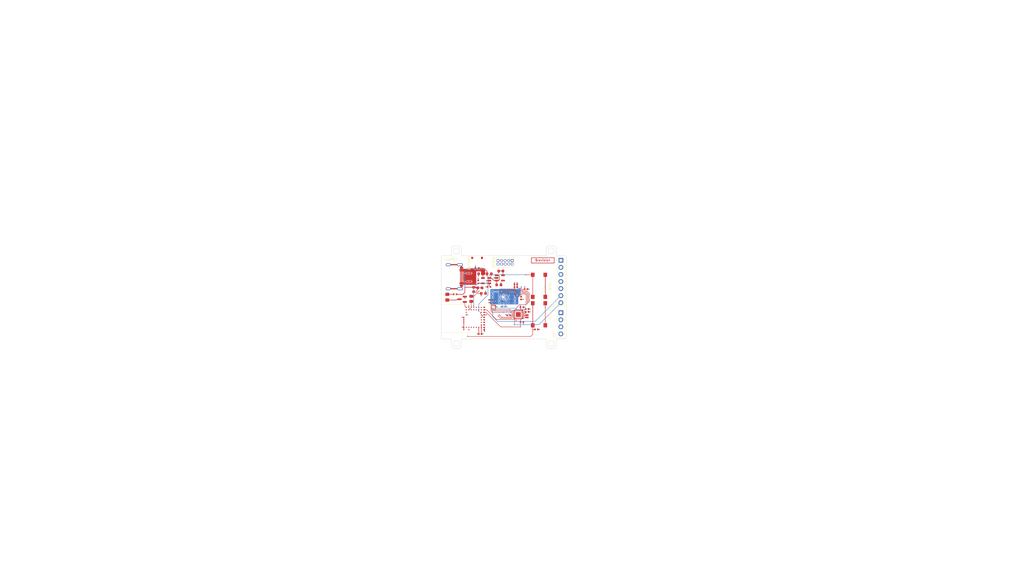
<source format=kicad_pcb>
(kicad_pcb (version 20241229) (generator "pcbnew") (generator_version "9.0")
  (title_block (title "Heartrate") (date "2025-07-13") (rev "${REVISION}") (comment 1 "${COMPANY}"))
  (layers (0 "F.Cu" signal) (4 "In1.Cu" power "Inner1") (6 "In2.Cu" power "Inner2") (2 "B.Cu" signal) (13 "F.Paste" user) (15 "B.Paste" user) (5 "F.SilkS" user "F.Silkscreen") (7 "B.SilkS" user "B.Silkscreen") (1 "F.Mask" user) (3 "B.Mask" user) (25 "Edge.Cuts" user))
  (property "ASSEMBLY_NOTES" "ASSEMBLY NOTES (UNLESS OTHERWISE SPECIFIED)")
  (property "BOARD_NAME" "Heartrate-HW")
  (property "COMPANY" "ZSWatch")
  (property "DESIGNER" "Daniel Kampert")
  (property "FABRICATION_NOTES" "Empty")
  (property "GIT_HASH_PCB" "4ed5581")
  (property "GIT_HASH_SCH" "9639a43")
  (property "GIT_URL" "https://github.com/ZSWatch/Heartrate-HW")
  (property "PROJECT_NAME" "ZSWatch Heartrate")
  (property "RELEASE_BODY_UNRELEASED" "Version Unreleased not found.")
  (property "RELEASE_BODY_xyz" "..")
  (property "RELEASE_DATE" "01-Sep-2025")
  (property "RELEASE_DATE_NUM" "2025-09-01")
  (property "RELEASE_TITLE_UNRELEASED" "Version Unreleased not found.")
  (property "RELEASE_TITLE_xyz" "..")
  (property "REVISION" "$revision")
  (property "SHEET_NAME_1" "Cover Page")
  (property "SHEET_NAME_10" "......................................")
  (property "SHEET_NAME_11" "......................................")
  (property "SHEET_NAME_12" "......................................")
  (property "SHEET_NAME_13" "......................................")
  (property "SHEET_NAME_14" "......................................")
  (property "SHEET_NAME_15" "......................................")
  (property "SHEET_NAME_16" "......................................")
  (property "SHEET_NAME_17" "......................................")
  (property "SHEET_NAME_18" "......................................")
  (property "SHEET_NAME_19" "......................................")
  (property "SHEET_NAME_2" "Block Diagram")
  (property "SHEET_NAME_20" "......................................")
  (property "SHEET_NAME_21" "......................................")
  (property "SHEET_NAME_22" "......................................")
  (property "SHEET_NAME_23" "......................................")
  (property "SHEET_NAME_24" "......................................")
  (property "SHEET_NAME_25" "......................................")
  (property "SHEET_NAME_26" "......................................")
  (property "SHEET_NAME_27" "......................................")
  (property "SHEET_NAME_28" "......................................")
  (property "SHEET_NAME_29" "......................................")
  (property "SHEET_NAME_3" "Project Architecture")
  (property "SHEET_NAME_30" "......................................")
  (property "SHEET_NAME_31" "......................................")
  (property "SHEET_NAME_32" "......................................")
  (property "SHEET_NAME_33" "......................................")
  (property "SHEET_NAME_34" "......................................")
  (property "SHEET_NAME_35" "......................................")
  (property "SHEET_NAME_36" "......................................")
  (property "SHEET_NAME_37" "......................................")
  (property "SHEET_NAME_38" "......................................")
  (property "SHEET_NAME_39" "......................................")
  (property "SHEET_NAME_4" "Main")
  (property "SHEET_NAME_40" "......................................")
  (property "SHEET_NAME_5" "Revision History")
  (property "SHEET_NAME_6" "......................................")
  (property "SHEET_NAME_7" "......................................")
  (property "SHEET_NAME_8" "......................................")
  (property "SHEET_NAME_9" "......................................")
  (property "VARIANT" "PRELIMINARY")
  (net 0 "")
  (net 1 "GND")
  (net 2 "+1V8")
  (net 3 "PD_GND")
  (net 4 "/Project Architecture/Main/V_{LED}")
  (net 5 "/Project Architecture/Main/V_{BAT}")
  (net 6 "/Project Architecture/Main/INT_{ACC}")
  (net 7 "/Project Architecture/Main/SCL")
  (net 8 "/Project Architecture/Main/SDA")
  (net 9 "/Project Architecture/Main/~{RESET_{HR}}")
  (net 10 "/Project Architecture/Main/STATUS")
  (net 11 "/Project Architecture/Main/CHARGE")
  (net 12 "/Project Architecture/Main/ENABLE_{LED}")
  (net 13 "/Project Architecture/Main/SWDIO")
  (net 14 "/Project Architecture/Main/SWDCLK")
  (net 15 "/Project Architecture/Main/~{RESET}")
  (net 16 "Net-(IC403-V_{DD})")
  (net 17 "Net-(IC404-V_{CORE})")
  (net 18 "Net-(IC405-V_{REF})")
  (net 19 "Net-(D401-A)")
  (net 20 "Net-(D401-K)")
  (net 21 "Net-(D402-K)")
  (net 22 "Net-(D403-K)")
  (net 24 "Net-(IC402-L)")
  (net 25 "Net-(IC403-PROG)")
  (net 26 "Net-(IC404-SCLK_{SENSOR})")
  (net 27 "Net-(IC404-MOSI_{SENSOR})")
  (net 28 "Net-(IC404-CS_{PPG})")
  (net 29 "Net-(IC404-32k_{IN})")
  (net 30 "Net-(IC404-CS_{ACC})")
  (net 31 "Net-(IC404-INT_{PPG})")
  (net 32 "Net-(IC404-MISO_{SENSOR})")
  (net 33 "Net-(IC404-32k_{OUT})")
  (net 36 "Net-(IC405-LED3-DRV)")
  (net 37 "Net-(IC405-LED1-DRV)")
  (net 38 "Net-(IC405-LED2-DRV)")
  (net 43 "Net-(M401-P0.02)")
  (net 51 "Net-(M401-P2.03)")
  (net 52 "Net-(M401-P0.01)")
  (net 73 "Net-(X401-CC1)")
  (net 74 "Net-(X401-CC2)")
  (footprint "Capacitor_SMD:C_0603_1608Metric" (layer "F.Cu") (at 196.625 148.025)
    (property "Reference" "C401" (hide yes))
    (property "Value" "2u2" (hide yes))
  )
  (footprint "Capacitor_SMD:C_0402_1005Metric" (layer "F.Cu") (at 213.18 148.475)
    (property "Reference" "C412" (hide yes))
    (property "Value" "10u" (hide yes))
  )
  (footprint "Capacitor_SMD:C_0402_1005Metric" (layer "F.Cu") (at 200.4 152.855 90)
    (property "Reference" "C416" (hide yes))
    (property "Value" "100n" (hide yes))
  )
  (footprint "Resistor_SMD:R_0805_2012Metric" (layer "F.Cu") (at 193.51 151.975 90)
    (property "Reference" "R403" (hide yes))
    (property "Value" "0R" (hide yes))
  )
  (footprint "Package_BGA_Kampi:DSBGA-6_0.886x1.288mm_2x3_P0.4mm" (layer "F.Cu") (at 195.65 149.625)
    (property "Reference" "IC402" (hide yes))
    (property "Value" "TPS61240" (hide yes))
  )
  (footprint "Connector_USB:USB_C_Receptacle_GCT_USB4105-xx-A_16P_TopMnt_Horizontal" (layer "F.Cu") (at 186.325 144.03 -90)
    (property "Reference" "X401" (hide yes))
    (property "Value" "CHARGE")
  )
  (footprint "Resistor_SMD:R_0402_1005Metric" (layer "F.Cu") (at 187.7 150.35 180)
    (property "Reference" "R401" (hide yes))
    (property "Value" "220R" (hide yes))
  )
  (footprint "Resistor_SMD:R_0402_1005Metric" (layer "F.Cu") (at 211.7 155 180)
    (property "Reference" "R409" (hide yes))
    (property "Value" "4k7" (hide yes))
  )
  (footprint "Connector_PinHeader_2.54mm:PinHeader_1x07_P2.54mm_Vertical" (layer "F.Cu") (at 225.7 138.135)
    (property "Reference" "J402" (hide yes))
    (property "Value" "SPI")
  )
  (footprint "Capacitor_SMD:C_0402_1005Metric" (layer "F.Cu") (at 213.58 155.65)
    (property "Reference" "C410" (hide yes))
    (property "Value" "1u" (hide yes))
  )
  (footprint "Resistor_SMD:R_0402_1005Metric" (layer "F.Cu") (at 196 145.89 90)
    (property "Reference" "R406" (hide yes))
    (property "Value" "10k" (hide yes))
  )
  (footprint "Capacitor_SMD:C_0402_1005Metric" (layer "F.Cu") (at 201.7 152.855 90)
    (property "Reference" "C411" (hide yes))
    (property "Value" "10u" (hide yes))
  )
  (footprint "Capacitor_SMD:C_0402_1005Metric" (layer "F.Cu") (at 213.57 156.65)
    (property "Reference" "C408" (hide yes))
    (property "Value" "1u" (hide yes))
  )
  (footprint "Capacitor_SMD:C_0402_1005Metric" (layer "F.Cu") (at 207 157.925 180)
    (property "Reference" "C409" (hide yes))
    (property "Value" "1u" (hide yes))
  )
  (footprint "Connector_PinHeader_2.54mm:PinHeader_1x04_P2.54mm_Vertical" (layer "F.Cu") (at 225.7 156.975)
    (property "Reference" "J401" (hide yes))
    (property "Value" "I2C")
  )
  (footprint "Connector_PinHeader_1.27mm:PinHeader_2x05_P1.27mm_Vertical" (layer "F.Cu") (at 208.2 138.2 -90)
    (property "Reference" "X403" (hide yes))
    (property "Value" "DEBUG")
  )
  (footprint "LED_SMD:LED_0805_2012Metric_Pad1.15x1.40mm_HandSolder" (layer "F.Cu") (at 184.9 151.375 90)
    (property "Reference" "D401" (hide yes))
    (property "Value" "STATUS" (hide yes))
  )
  (footprint "Crystal_Kampi:ECS_ECX-1210" (layer "F.Cu") (at 213.5 158.275 90)
    (property "Reference" "Y401" (hide yes))
    (property "Value" "32kHz" (hide yes))
  )
  (footprint "Capacitor_SMD:C_0402_1005Metric" (layer "F.Cu") (at 209.5 146.775 180)
    (property "Reference" "C417" (hide yes))
    (property "Value" "22u" (hide yes))
  )
  (footprint "Analog Devices:MAX32664GTG" (layer "F.Cu") (at 210.43 157.6 90)
    (property "Reference" "IC404" (hide yes))
    (property "Value" "MAX32664" (hide yes))
  )
  (footprint "Package_TO_SOT_SMD:SOT-23" (layer "F.Cu") (at 190.2625 152.125 180)
    (property "Reference" "Q401" (hide yes))
    (property "Value" "BSS138" (hide yes))
  )
  (footprint "Capacitor_SMD:C_0402_1005Metric" (layer "F.Cu") (at 196.7 164.6 180)
    (property "Reference" "C406" (hide yes))
    (property "Value" "100n" (hide yes))
  )
  (footprint "Resistor_SMD:R_0402_1005Metric" (layer "F.Cu") (at 192.65 145.78 180)
    (property "Reference" "R405" (hide yes))
    (property "Value" "5k1" (hide yes))
  )
  (footprint "Wuerth:WS-TASV-6x6" (layer "F.Cu") (at 217.85 157.525 90)
    (property "Reference" "SW401" (hide yes))
    (property "Value" "RESET")
  )
  (footprint "Package_LGA:LGA-12_2x2mm_P0.5mm" (layer "F.Cu") (at 201.4375 155.105 90)
    (property "Reference" "IC406" (hide yes))
    (property "Value" "LIS2DS12" (hide yes))
  )
  (footprint "Capacitor_SMD:C_0402_1005Metric" (layer "F.Cu") (at 202.7 152.855 90)
    (property "Reference" "C414" (hide yes))
    (property "Value" "100n" (hide yes))
  )
  (footprint "Package_TO_SOT_SMD:SOT-23-5" (layer "F.Cu") (at 203.7625 144.45)
    (property "Reference" "IC401" (hide yes))
    (property "Value" "MIC5365-1.8" (hide yes))
  )
  (footprint "Fanstel:BM15C" (layer "F.Cu") (at 189.7 159.075 90)
    (property "Reference" "M401" (hide yes))
    (property "Value" "BM15C" (hide yes))
  )
  (footprint "Resistor_SMD:R_0402_1005Metric" (layer "F.Cu") (at 199.9 147.675 180)
    (property "Reference" "R407" (hide yes))
    (property "Value" "10k" (hide yes))
  )
  (footprint "Capacitor_SMD:C_0603_1608Metric" (layer "F.Cu") (at 204.125 141.95 180)
    (property "Reference" "C404" (hide yes))
    (property "Value" "1u" (hide yes))
  )
  (footprint "Capacitor_SMD:C_0603_1608Metric" (layer "F.Cu") (at 199.95 142.95)
    (property "Reference" "C407" (hide yes))
    (property "Value" "4u7" (hide yes))
  )
  (footprint "Capacitor_SMD:C_0402_1005Metric" (layer "F.Cu") (at 211.4 151.695 -90)
    (property "Reference" "C413" (hide yes))
    (property "Value" "1u" (hide yes))
  )
  (footprint "Resistor_SMD:R_0402_1005Metric" (layer "F.Cu") (at 216.9 162.975 180)
    (property "Reference" "R402" (hide yes))
    (property "Value" "10k" (hide yes))
  )
  (footprint "Capacitor_SMD:C_0402_1005Metric" (layer "F.Cu") (at 209.5 147.775 180)
    (property "Reference" "C415" (hide yes))
    (property "Value" "100n" (hide yes))
  )
  (footprint "Wuerth:WS-TASV-6x6" (layer "F.Cu") (at 217.85 147.3 -90)
    (property "Reference" "SW402" (hide yes))
    (property "Value" "BTN1")
  )
  (footprint "Resistor_SMD:R_0402_1005Metric" (layer "F.Cu") (at 192.65 142.78)
    (property "Reference" "R404" (hide yes))
    (property "Value" "5k1" (hide yes))
  )
  (footprint "Package_TO_SOT_SMD:SOT-23-5" (layer "F.Cu") (at 198.8375 145.45 180)
    (property "Reference" "IC403" (hide yes))
    (property "Value" "MCP73832-2-OT" (hide yes))
  )
  (footprint "Inductor_SMD:L_0603_1608Metric" (layer "F.Cu") (at 194.35 148.625 -90)
    (property "Reference" "L401" (hide yes))
    (property "Value" "1u" (hide yes))
  )
  (footprint "Resistor_SMD:R_0402_1005Metric" (layer "F.Cu") (at 211.7 160.3)
    (property "Reference" "R408" (hide yes))
    (property "Value" "10k" (hide yes))
  )
  (footprint "Capacitor_SMD:C_0603_1608Metric" (layer "F.Cu") (at 197.875 150.025)
    (property "Reference" "C403" (hide yes))
    (property "Value" "4u7" (hide yes))
  )
  (footprint "Molex:78171-0002" (layer "F.Cu") (at 195.6 139.15 180)
    (property "Reference" "X402" (hide yes))
    (property "Value" "BATTERY")
  )
  (footprint "Package_BGA_Kampi:THIN-WLP-20_2.228x1.967mm_P0.4mm" (layer "F.Cu") (at 211.2 149.475 -90)
    (property "Reference" "IC405" (hide yes))
    (property "Value" "MAX86141" (hide yes))
  )
  (footprint "Capacitor_SMD:C_0603_1608Metric" (layer "F.Cu") (at 203.4 146.95)
    (property "Reference" "C402" (hide yes))
    (property "Value" "1u" (hide yes))
  )
  (footprint "Capacitor_SMD:C_0603_1608Metric" (layer "F.Cu") (at 196.925 142.95 180)
    (property "Reference" "C405" (hide yes))
    (property "Value" "4u7" (hide yes))
  )
  (footprint "Vishay:VEMD808x" (layer "B.Cu") (at 202.4 151.375 -90)
    (property "Reference" "D403" (hide yes))
    (property "Value" "VEMD8082" (hide yes))
  )
  (footprint "Resistor_SMD:R_0402_1005Metric" (layer "B.Cu") (at 204.7 154.245 -90)
    (property "Reference" "R410" (hide yes))
    (property "Value" "~" (hide yes))
  )
  (footprint "Capacitor_SMD:C_0402_1005Metric" (layer "B.Cu") (at 205.7 154.245 -90)
    (property "Reference" "C418" (hide yes))
    (property "Value" "~" (hide yes))
  )
  (footprint "Osram:SFH7016" (layer "B.Cu") (at 205.2 151.375)
    (property "Reference" "LED401" (hide yes))
    (property "Value" "SFH7016" (hide yes))
  )
  (footprint "Vishay:VEMD808x" (layer "B.Cu") (at 208 151.375 -90)
    (property "Reference" "D402" (hide yes))
    (property "Value" "VEMD8082" (hide yes))
  )
  (gr_rect (start 215.1 137.2) (end 223.3 139.1) (stroke (width 0.2)) (fill no) (layer "F.Cu"))
  (gr_line (start 196.2 150.375) (end 196.2 150.125) (stroke (width 0.1)) (layer "F.SilkS"))
  (gr_line (start 198.1 164.125) (end 182.85 164.125) (stroke (width 0.1)) (layer "F.SilkS"))
  (gr_line (start 195.95 148.875) (end 196.2 148.875) (stroke (width 0.1)) (layer "F.SilkS"))
  (gr_line (start 195.1 150.075) (end 195.1 150.375) (stroke (width 0.1)) (layer "F.SilkS"))
  (gr_line (start 198.1 154.025) (end 182.85 154.025) (stroke (width 0.1)) (layer "F.SilkS"))
  (gr_line (start 196.2 149.075) (end 196.2 148.875) (stroke (width 0.1)) (layer "F.SilkS"))
  (gr_line (start 195.1 150.375) (end 195.4 150.375) (stroke (width 0.1)) (layer "F.SilkS"))
  (gr_line (start 195.95 150.375) (end 196.2 150.375) (stroke (width 0.1)) (layer "F.SilkS"))
  (gr_line (start 190.3 136.375) (end 220.1 136.375) (stroke (width 0.1)) (layer "Edge.Cuts"))
  (gr_line (start 224.3 166.4) (end 227.2 166.4) (stroke (width 0.1)) (layer "Edge.Cuts"))
  (gr_arc (start 183.2 166.4) (mid 182.846447 166.253553) (end 182.7 165.9) (stroke (width 0.1)) (layer "Edge.Cuts"))
  (gr_arc (start 186.4 134.025) (mid 186.722183 133.247183) (end 187.5 132.925) (stroke (width 0.1)) (layer "Edge.Cuts"))
  (gr_line (start 186.4 136.075) (end 186.4 134.025) (stroke (width 0.1)) (layer "Edge.Cuts"))
  (gr_line (start 182.7 136.875) (end 182.7 165.9) (stroke (width 0.1)) (layer "Edge.Cuts"))
  (gr_arc (start 190 168.725) (mid 189.677817 169.502817) (end 188.9 169.825) (stroke (width 0.1)) (layer "Edge.Cuts"))
  (gr_line (start 224 166.7) (end 224 168.725) (stroke (width 0.1)) (layer "Edge.Cuts"))
  (gr_arc (start 190 166.675) (mid 190.087868 166.462868) (end 190.3 166.375) (stroke (width 0.1)) (layer "Edge.Cuts"))
  (gr_line (start 220.4 136.075) (end 220.4 134.025) (stroke (width 0.1)) (layer "Edge.Cuts"))
  (gr_arc (start 188.9 132.925) (mid 189.677817 133.247183) (end 190 134.025) (stroke (width 0.1)) (layer "Edge.Cuts"))
  (gr_line (start 220.1 166.375) (end 190.3 166.375) (stroke (width 0.1)) (layer "Edge.Cuts"))
  (gr_line (start 188.9 169.825) (end 187.5 169.825) (stroke (width 0.1)) (layer "Edge.Cuts"))
  (gr_arc (start 224.3 136.375) (mid 224.087868 136.287132) (end 224 136.075) (stroke (width 0.1)) (layer "Edge.Cuts"))
  (gr_arc (start 186.4 136.075) (mid 186.312132 136.287132) (end 186.1 136.375) (stroke (width 0.1)) (layer "Edge.Cuts"))
  (gr_line (start 190 166.675) (end 190 168.725) (stroke (width 0.1)) (layer "Edge.Cuts"))
  (gr_line (start 220.4 168.725) (end 220.4 166.675) (stroke (width 0.1)) (layer "Edge.Cuts"))
  (gr_line (start 222.9 169.825) (end 221.5 169.825) (stroke (width 0.1)) (layer "Edge.Cuts"))
  (gr_circle (center 222.2 134.725) (end 223.3 134.725) (stroke (width 0.1)) (fill no) (layer "Edge.Cuts"))
  (gr_line (start 187.5 132.925) (end 188.9 132.925) (stroke (width 0.1)) (layer "Edge.Cuts"))
  (gr_line (start 221.5 132.925) (end 222.9 132.925) (stroke (width 0.1)) (layer "Edge.Cuts"))
  (gr_arc (start 187.5 169.825) (mid 186.722183 169.502817) (end 186.4 168.725) (stroke (width 0.1)) (layer "Edge.Cuts"))
  (gr_arc (start 190.3 136.375) (mid 190.087868 136.287132) (end 190 136.075) (stroke (width 0.1)) (layer "Edge.Cuts"))
  (gr_arc (start 182.7 136.875) (mid 182.846447 136.521447) (end 183.2 136.375) (stroke (width 0.1)) (layer "Edge.Cuts"))
  (gr_arc (start 220.4 134.025) (mid 220.722183 133.247183) (end 221.5 132.925) (stroke (width 0.1)) (layer "Edge.Cuts"))
  (gr_arc (start 221.5 169.825) (mid 220.722183 169.502817) (end 220.4 168.725) (stroke (width 0.1)) (layer "Edge.Cuts"))
  (gr_arc (start 220.1 166.375) (mid 220.312132 166.462868) (end 220.4 166.675) (stroke (width 0.1)) (layer "Edge.Cuts"))
  (gr_arc (start 227.2 136.375) (mid 227.553553 136.521447) (end 227.7 136.875) (stroke (width 0.1)) (layer "Edge.Cuts"))
  (gr_line (start 227.7 165.9) (end 227.7 136.875) (stroke (width 0.1)) (layer "Edge.Cuts"))
  (gr_arc (start 224 166.7) (mid 224.087868 166.487868) (end 224.3 166.4) (stroke (width 0.1)) (layer "Edge.Cuts"))
  (gr_line (start 224 134.025) (end 224 136.075) (stroke (width 0.1)) (layer "Edge.Cuts"))
  (gr_circle (center 188.2 134.725) (end 189.3 134.725) (stroke (width 0.1)) (fill no) (layer "Edge.Cuts"))
  (gr_line (start 183.2 136.375) (end 186.1 136.375) (stroke (width 0.1)) (layer "Edge.Cuts"))
  (gr_line (start 190 134.025) (end 190 136.075) (stroke (width 0.1)) (layer "Edge.Cuts"))
  (gr_arc (start 227.7 165.9) (mid 227.553553 166.253553) (end 227.2 166.4) (stroke (width 0.1)) (layer "Edge.Cuts"))
  (gr_circle (center 188.2 168.025) (end 187.1 168.025) (stroke (width 0.1)) (fill no) (layer "Edge.Cuts"))
  (gr_arc (start 222.9 132.925) (mid 223.677817 133.247183) (end 224 134.025) (stroke (width 0.1)) (layer "Edge.Cuts"))
  (gr_circle (center 222.2 168.025) (end 221.1 168.025) (stroke (width 0.1)) (fill no) (layer "Edge.Cuts"))
  (gr_line (start 224.3 136.375) (end 227.2 136.375) (stroke (width 0.1)) (layer "Edge.Cuts"))
  (gr_line (start 186.4 168.725) (end 186.4 166.7) (stroke (width 0.1)) (layer "Edge.Cuts"))
  (gr_arc (start 220.4 136.075) (mid 220.312132 136.287132) (end 220.1 136.375) (stroke (width 0.1)) (layer "Edge.Cuts"))
  (gr_arc (start 186.1 166.4) (mid 186.312132 166.487868) (end 186.4 166.7) (stroke (width 0.1)) (layer "Edge.Cuts"))
  (gr_arc (start 224 168.725) (mid 223.677817 169.502817) (end 222.9 169.825) (stroke (width 0.1)) (layer "Edge.Cuts"))
  (gr_line (start 186.1 166.4) (end 183.2 166.4) (stroke (width 0.1)) (layer "Edge.Cuts"))
  (gr_text "${REVISION}" (at 219.2 138.1 0) (layer "F.Cu") (effects (font (size 0.8 0.8) (thickness 0.12))))
  (segment (start 220.1 151.275) (end 220.1 147.575) (width 0.2) (layer "F.Cu") (net 1))
  (segment (start 197.4 148.025) (end 196.625 148.025) (width 0.15) (layer "F.Cu") (net 1))
  (segment (start 202.200242 154.855242) (end 202.2 154.855) (width 0.2) (layer "F.Cu") (net 1))
  (segment (start 202.7 154.855) (end 202.2 154.855) (width 0.2) (layer "F.Cu") (net 1))
  (segment (start 200.1125 143.5625) (end 200.725 142.95) (width 0.2) (layer "F.Cu") (net 1))
  (segment (start 203.35 142.65) (end 203.35 141.95) (width 0.2) (layer "F.Cu") (net 1))
  (segment (start 202.2 154.855) (end 202.2 154.355) (width 0.2) (layer "F.Cu") (net 1))
  (segment (start 198.2344 163.7) (end 198.2344 163.1136) (width 0.2) (layer "F.Cu") (net 1))
  (segment (start 209.02 148.195) (end 209.02 147.775) (width 0.15) (layer "F.Cu") (net 1))
  (segment (start 190.25 158.6) (end 190.2678 158.6178) (width 0.2) (layer "F.Cu") (net 1))
  (segment (start 206.25 157.925) (end 206.52 157.925) (width 0.2) (layer "F.Cu") (net 1))
  (segment (start 193.7 142.78) (end 193.16 142.78) (width 0.15) (layer "F.Cu") (net 1))
  (segment (start 209.02 146.195) (end 209.02 146.775) (width 0.2) (layer "F.Cu") (net 1))
  (segment (start 212.4 158.975) (end 211.895 158.975) (width 0.15) (layer "F.Cu") (net 1))
  (segment (start 211.88 157.6) (end 212.5 157.6) (width 0.15) (layer "F.Cu") (net 1))
  (segment (start 212.21 160.875) (end 212.21 160.3) (width 0.15) (layer "F.Cu") (net 1))
  (segment (start 196.8 157.1312) (end 197.1168 156.8144) (width 0.2) (layer "F.Cu") (net 1))
  (segment (start 200.4 152.375) (end 201.7 152.375) (width 0.4) (layer "F.Cu") (net 1))
  (segment (start 195.85 149.225) (end 196.3 149.225) (width 0.15) (layer "F.Cu") (net 1))
  (segment (start 190.2678 158.6178) (end 190.8176 158.6178) (width 0.2) (layer "F.Cu") (net 1))
  (segment (start 206 157.675) (end 206.25 157.925) (width 0.2) (layer "F.Cu") (net 1))
  (segment (start 190.005 147.23) (end 190.005 147.775) (width 0.4) (layer "F.Cu") (net 1))
  (segment (start 189.43 139.71) (end 185.25 139.71) (width 0.4) (layer "F.Cu") (net 1))
  (segment (start 210.6 149.475) (end 210.3 149.475) (width 0.15) (layer "F.Cu") (net 1))
  (segment (start 196 144.6) (end 196 145.38) (width 0.2) (layer "F.Cu") (net 1))
  (segment (start 190.005 140.83) (end 190.005 140.285) (width 0.4) (layer "F.Cu") (net 1))
  (segment (start 198.2344 162.2246) (end 198.2344 163.1136) (width 0.2) (layer "F.Cu") (net 1))
  (segment (start 190.8176 162.2246) (end 190.8176 160.4212) (width 0.2) (layer "F.Cu") (net 1))
  (segment (start 191.2 151.175) (end 191.2 151.775) (width 0.2) (layer "F.Cu") (net 1))
  (segment (start 189.43 148.35) (end 185.25 148.35) (width 0.4) (layer "F.Cu") (net 1))
  (segment (start 214.2 148.475) (end 213.66 148.475) (width 0.15) (layer "F.Cu") (net 1))
  (segment (start 190.005 140.285) (end 189.43 139.71) (width 0.4) (layer "F.Cu") (net 1))
  (segment (start 202.2 154.355) (end 202.1875 154.3425) (width 0.2) (layer "F.Cu") (net 1))
  (segment (start 201.7 152.375) (end 202.7 152.375) (width 0.4) (layer "F.Cu") (net 1))
  (segment (start 214.6 155.65) (end 214.06 155.65) (width 0.15) (layer "F.Cu") (net 1))
  (segment (start 190.8176 159.5322) (end 190.8176 158.6178) (width 0.2) (layer "F.Cu") (net 1))
  (segment (start 199.975 145.45) (end 199 145.45) (width 0.2) (layer "F.Cu") (net 1))
  (segment (start 190.8176 163.1136) (end 190.8176 162.2246) (width 0.2) (layer "F.Cu") (net 1))
  (segment (start 201.6875 154.3425) (end 202.1875 154.3425) (width 0.2) (layer "F.Cu") (net 1))
  (segment (start 209.02 147.775) (end 209.02 146.775) (width 0.2) (layer "F.Cu") (net 1))
  (segment (start 195 140.2) (end 195 141.025) (width 0.2) (layer "F.Cu") (net 1))
  (segment (start 196.2024 164.5824) (end 196.2024 162.2246) (width 0.2) (layer "F.Cu") (net 1))
  (segment (start 190.005 147.775) (end 189.43 148.35) (width 0.4) (layer "F.Cu") (net 1))
  (segment (start 195.7 164.6) (end 196.22 164.6) (width 0.2) (layer "F.Cu") (net 1))
  (segment (start 199.8 152.375) (end 200.4 152.375) (width 0.4) (layer "F.Cu") (net 1))
  (segment (start 210.6 149.475) (end 211 149.475) (width 0.2) (layer "F.Cu") (net 1))
  (segment (start 220.1 153.55) (end 220.1 155) (width 0.15) (layer "F.Cu") (net 1))
  (segment (start 211 149.875) (end 211 149.475) (width 0.2) (layer "F.Cu") (net 1))
  (segment (start 211.895 158.975) (end 211.85 159.02) (width 0.15) (layer "F.Cu") (net 1))
  (segment (start 196.15 143.75) (end 196.15 142.95) (width 0.2) (layer "F.Cu") (net 1))
  (segment (start 220.1 155) (end 220.1 161.5) (width 0.15) (layer "F.Cu") (net 1))
  (segment (start 211.4 152.175) (end 212.2 152.175) (width 0.15) (layer "F.Cu") (net 1))
  (segment (start 202.625 144.45) (end 201.65 144.45) (width 0.2) (layer "F.Cu") (net 1))
  (segment (start 214.05 156.65) (end 214.6 156.65) (width 0.15) (layer "F.Cu") (net 1))
  (segment (start 193.7 145.78) (end 193.16 145.78) (width 0.15) (layer "F.Cu") (net 1))
  (segment (start 210.3 149.475) (end 209.02 148.195) (width 0.15) (layer "F.Cu") (net 1))
  (segment (start 190.8176 160.4212) (end 190.8176 159.5322) (width 0.2) (layer "F.Cu") (net 1))
  (segment (start 198.65 149.275) (end 198.65 150.025) (width 0.15) (layer "F.Cu") (net 1))
  (segment (start 190.3 162.2246) (end 190.8176 162.2246) (width 0.2) (layer "F.Cu") (net 1))
  (segment (start 220.1 147.575) (end 220.1 143.325) (width 0.2) (layer "F.Cu") (net 1))
  (segment (start 196.22 164.6) (end 196.2024 164.5824) (width 0.2) (layer "F.Cu") (net 1))
  (segment (start 204.175 146.225) (end 204.175 146.95) (width 0.2) (layer "F.Cu") (net 1))
  (via (at 206.25 154.725) (size 0.35) (drill 0.15) (layers "F.Cu" "B.Cu") (net 1))
  (via (at 190.25 158.6) (size 0.35) (drill 0.15) (layers "F.Cu" "B.Cu") (net 1))
  (via (at 196.625 148.025) (size 0.35) (drill 0.15) (layers "F.Cu" "B.Cu") (net 1))
  (via (at 198.65 149.275) (size 0.35) (drill 0.15) (layers "F.Cu" "B.Cu") (net 1))
  (via (at 202.7 154.855) (size 0.35) (drill 0.15) (layers "F.Cu" "B.Cu") (net 1))
  (via (at 198.2344 163.7) (size 0.35) (drill 0.15) (layers "F.Cu" "B.Cu") (net 1))
  (via (at 193.7 145.78) (size 0.35) (drill 0.15) (layers "F.Cu" "B.Cu") (net 1))
  (via (at 220.1 155) (size 0.35) (drill 0.15) (layers "F.Cu" "B.Cu") (net 1))
  (via (at 195 140.2) (size 0.35) (drill 0.15) (layers "F.Cu" "B.Cu") (net 1))
  (via (at 199.8 152.375) (size 0.35) (drill 0.15) (layers "F.Cu" "B.Cu") (net 1))
  (via (at 220.1 147.575) (size 0.35) (drill 0.15) (layers "F.Cu" "B.Cu") (net 1))
  (via (at 196.3 149.225) (size 0.35) (drill 0.15) (layers "F.Cu" "B.Cu") (net 1))
  (via (at 209.02 146.195) (size 0.35) (drill 0.15) (layers "F.Cu" "B.Cu") (net 1))
  (via (at 206 157.675) (size 0.35) (drill 0.15) (layers "F.Cu" "B.Cu") (net 1))
  (via (at 204.22 154.755) (size 0.35) (drill 0.15) (layers "F.Cu" "B.Cu") (net 1))
  (via (at 214.6 155.65) (size 0.35) (drill 0.15) (layers "F.Cu" "B.Cu") (net 1))
  (via (at 196 144.6) (size 0.35) (drill 0.15) (layers "F.Cu" "B.Cu") (net 1))
  (via (at 203.35 142.65) (size 0.35) (drill 0.15) (layers "F.Cu" "B.Cu") (net 1))
  (via (at 190.3 162.2246) (size 0.35) (drill 0.15) (layers "F.Cu" "B.Cu") (net 1))
  (via (at 200.1125 143.5625) (size 0.35) (drill 0.15) (layers "F.Cu" "B.Cu") (net 1))
  (via (at 204.175 146.225) (size 0.35) (drill 0.15) (layers "F.Cu" "B.Cu") (net 1))
  (via (at 193.7 142.78) (size 0.35) (drill 0.15) (layers "F.Cu" "B.Cu") (net 1))
  (via (at 214.2 148.475) (size 0.35) (drill 0.15) (layers "F.Cu" "B.Cu") (net 1))
  (via (at 196.15 143.75) (size 0.35) (drill 0.15) (layers "F.Cu" "B.Cu") (net 1))
  (via (at 212.21 160.875) (size 0.35) (drill 0.15) (layers "F.Cu" "B.Cu") (net 1))
  (via (at 195.7 164.6) (size 0.35) (drill 0.15) (layers "F.Cu" "B.Cu") (net 1))
  (via (at 199 145.45) (size 0.35) (drill 0.15) (layers "F.Cu" "B.Cu") (net 1))
  (via (at 201.65 144.45) (size 0.35) (drill 0.15) (layers "F.Cu" "B.Cu") (net 1))
  (via (at 212.5 157.6) (size 0.35) (drill 0.15) (layers "F.Cu" "B.Cu") (net 1))
  (via (at 212.2 152.175) (size 0.35) (drill 0.15) (layers "F.Cu" "B.Cu") (net 1))
  (via (at 196.8 157.1312) (size 0.35) (drill 0.15) (layers "F.Cu" "B.Cu") (net 1))
  (via (at 212.4 158.975) (size 0.35) (drill 0.15) (layers "F.Cu" "B.Cu") (net 1))
  (via (at 191.2 151.775) (size 0.35) (drill 0.15) (layers "F.Cu" "B.Cu") (net 1))
  (via (at 214.6 156.65) (size 0.35) (drill 0.15) (layers "F.Cu" "B.Cu") (net 1))
  (segment (start 206.25 154.725) (end 205.7 154.725) (width 0.2) (layer "B.Cu") (net 1))
  (segment (start 204.73 154.725) (end 204.7 154.755) (width 0.2) (layer "B.Cu") (net 1))
  (segment (start 204.22 154.755) (end 204.7 154.755) (width 0.2) (layer "B.Cu") (net 1))
  (segment (start 199.8 153.335) (end 200.4 153.335) (width 0.15) (layer "F.Cu") (net 2))
  (segment (start 201.1875 153.8475) (end 201.7 153.335) (width 0.15) (layer "F.Cu") (net 2))
  (segment (start 210.409082 149.075) (end 209.98 148.645918) (width 0.15) (layer "F.Cu") (net 2))
  (segment (start 211.88 157.2) (end 211.880001 157.200001) (width 0.15) (layer "F.Cu") (net 2))
  (segment (start 204.125 141.95) (end 204.9 141.95) (width 0.2) (layer "F.Cu") (net 2))
  (segment (start 197.18 164.6) (end 197.1168 164.5368) (width 0.2) (layer "F.Cu") (net 2))
  (segment (start 212.775 155) (end 212.21 155) (width 0.2) (layer "F.Cu") (net 2))
  (segment (start 202.7 153.335) (end 201.7 153.335) (width 0.15) (layer "F.Cu") (net 2))
  (segment (start 209.98 147.775) (end 209.98 146.775) (width 0.2) (layer "F.Cu") (net 2))
  (segment (start 208.26019 157.6) (end 208.98 157.6) (width 0.2) (layer "F.Cu") (net 2))
  (segment (start 213.09 157.21) (end 213.09 156.65) (width 0.15) (layer "F.Cu") (net 2))
  (segment (start 200.6875 154.0625) (end 200.6875 154.3425) (width 0.15) (layer "F.Cu") (net 2))
  (segment (start 211 149.075) (end 210.6 149.075) (width 0.15) (layer "F.Cu") (net 2))
  (segment (start 210.6 149.075) (end 210.409082 149.075) (width 0.15) (layer "F.Cu") (net 2))
  (segment (start 211.880001 157.200001) (end 212.539999 157.200001) (width 0.15) (layer "F.Cu") (net 2))
  (segment (start 200.4 153.335) (end 200.4 153.775) (width 0.15) (layer "F.Cu") (net 2))
  (segment (start 209.98 146.195) (end 209.98 146.775) (width 0.2) (layer "F.Cu") (net 2))
  (segment (start 200.4 153.775) (end 200.6875 154.0625) (width 0.15) (layer "F.Cu") (net 2))
  (segment (start 201.7 153.335) (end 200.4 153.335) (width 0.15) (layer "F.Cu") (net 2))
  (segment (start 207.48 157.925) (end 207.93519 157.925) (width 0.2) (layer "F.Cu") (net 2))
  (segment (start 209.98 148.645918) (end 209.98 147.775) (width 0.15) (layer "F.Cu") (net 2))
  (segment (start 197.1168 164.5368) (end 197.1168 162.2246) (width 0.2) (layer "F.Cu") (net 2))
  (segment (start 197.1168 162.2246) (end 197.1168 161.3356) (width 0.2) (layer "F.Cu") (net 2))
  (segment (start 198.8 147.675) (end 199.39 147.675) (width 0.2) (layer "F.Cu") (net 2))
  (segment (start 207.93519 157.925) (end 208.26019 157.6) (width 0.2) (layer "F.Cu") (net 2))
  (segment (start 207.05 157.495) (end 207.05 157.475) (width 0.2) (layer "F.Cu") (net 2))
  (segment (start 197.7 164.6) (end 197.18 164.6) (width 0.2) (layer "F.Cu") (net 2))
  (segment (start 204.9 141.95) (end 204.9 143.5) (width 0.2) (layer "F.Cu") (net 2))
  (segment (start 218 162.975) (end 217.41 162.975) (width 0.15) (layer "F.Cu") (net 2))
  (segment (start 212.539999 157.200001) (end 213.09 156.65) (width 0.15) (layer "F.Cu") (net 2))
  (segment (start 207.48 157.925) (end 207.05 157.495) (width 0.2) (layer "F.Cu") (net 2))
  (segment (start 201.1875 154.3425) (end 201.1875 153.8475) (width 0.15) (layer "F.Cu") (net 2))
  (via (at 207.05 157.475) (size 0.35) (drill 0.15) (layers "F.Cu" "B.Cu") (net 2))
  (via (at 212.775 155) (size 0.35) (drill 0.15) (layers "F.Cu" "B.Cu") (net 2))
  (via (at 199.8 153.335) (size 0.35) (drill 0.15) (layers "F.Cu" "B.Cu") (net 2))
  (via (at 204.125 141.95) (size 0.35) (drill 0.15) (layers "F.Cu" "B.Cu") (net 2))
  (via (at 198.8 147.675) (size 0.35) (drill 0.15) (layers "F.Cu" "B.Cu") (net 2))
  (via (at 218 162.975) (size 0.35) (drill 0.15) (layers "F.Cu" "B.Cu") (net 2))
  (via (at 213.09 157.21) (size 0.35) (drill 0.15) (layers "F.Cu" "B.Cu") (net 2))
  (via (at 197.7 164.6) (size 0.35) (drill 0.15) (layers "F.Cu" "B.Cu") (net 2))
  (via (at 209.98 146.195) (size 0.35) (drill 0.15) (layers "F.Cu" "B.Cu") (net 2))
  (via (at 206.1 148.775) (size 0.35) (drill 0.15) (layers "F.Cu" "B.Cu") (net 3))
  (via (at 211 150.275) (size 0.35) (drill 0.15) (layers "F.Cu" "B.Cu") (net 3))
  (via (at 206.1 149.975) (size 0.35) (drill 0.15) (layers "F.Cu" "B.Cu") (net 3))
  (segment (start 212.4 148.475) (end 212.7 148.475) (width 0.15) (layer "F.Cu") (net 4))
  (segment (start 211.8 148.675) (end 212.2 148.675) (width 0.15) (layer "F.Cu") (net 4))
  (segment (start 195.85 150.025) (end 197.1 150.025) (width 0.15) (layer "F.Cu") (net 4))
  (segment (start 197.1 150.025) (end 197.1 150.875) (width 0.15) (layer "F.Cu") (net 4))
  (segment (start 195.85 150.025) (end 195.85 149.625) (width 0.15) (layer "F.Cu") (net 4))
  (segment (start 212.7 147.675) (end 212.7 148.475) (width 0.15) (layer "F.Cu") (net 4))
  (segment (start 212.2 148.675) (end 212.4 148.475) (width 0.15) (layer "F.Cu") (net 4))
  (via (at 197.1 150.875) (size 0.35) (drill 0.15) (layers "F.Cu" "B.Cu") (net 4))
  (via (at 205.5 151.375) (size 0.35) (drill 0.15) (layers "F.Cu" "B.Cu") (net 4))
  (via (at 204.3 151.375) (size 0.35) (drill 0.15) (layers "F.Cu" "B.Cu") (net 4))
  (via (at 212.7 147.675) (size 0.35) (drill 0.15) (layers "F.Cu" "B.Cu") (net 4))
  (segment (start 204.55 151.625) (end 204.55 151.95) (width 0.15) (layer "B.Cu") (net 4))
  (segment (start 204.3 151.375) (end 204.55 151.625) (width 0.15) (layer "B.Cu") (net 4))
  (segment (start 205.85 151.025) (end 205.5 151.375) (width 0.15) (layer "B.Cu") (net 4))
  (segment (start 205.85 150.8) (end 205.85 151.025) (width 0.15) (layer "B.Cu") (net 4))
  (segment (start 198.125 141.025) (end 199.175 142.075) (width 0.2) (layer "F.Cu") (net 5))
  (segment (start 203.5875 145.084252) (end 203.271752 145.4) (width 0.2) (layer "F.Cu") (net 5))
  (segment (start 199.975 144.5) (end 200.8 144.5) (width 0.2) (layer "F.Cu") (net 5))
  (segment (start 191.2 147.8375) (end 194.35 147.8375) (width 0.2) (layer "F.Cu") (net 5))
  (segment (start 191.2 147.8375) (end 191.2 149.675) (width 0.2) (layer "F.Cu") (net 5))
  (segment (start 191.2 149.675) (end 190.525 150.35) (width 0.2) (layer "F.Cu") (net 5))
  (segment (start 195.3 148.025) (end 195.1125 147.8375) (width 0.4) (layer "F.Cu") (net 5))
  (segment (start 190.525 150.35) (end 188.21 150.35) (width 0.2) (layer "F.Cu") (net 5))
  (segment (start 201.7 145.4) (end 202.625 145.4) (width 0.2) (layer "F.Cu") (net 5))
  (segment (start 195.1125 147.8375) (end 194.35 147.8375) (width 0.4) (layer "F.Cu") (net 5))
  (segment (start 195.85 148.025) (end 195.85 148.55) (width 0.15) (layer "F.Cu") (net 5))
  (segment (start 202.625 143.5) (end 203.287499 143.5) (width 0.2) (layer "F.Cu") (net 5))
  (segment (start 203.271752 145.4) (end 202.625 145.4) (width 0.2) (layer "F.Cu") (net 5))
  (segment (start 203.287499 143.5) (end 203.5875 143.800001) (width 0.2) (layer "F.Cu") (net 5))
  (segment (start 197.2 141.025) (end 198.125 141.025) (width 0.2) (layer "F.Cu") (net 5))
  (segment (start 202.625 145.4) (end 202.625 146.95) (width 0.2) (layer "F.Cu") (net 5))
  (segment (start 195.85 148.55) (end 195.45 148.95) (width 0.15) (layer "F.Cu") (net 5))
  (segment (start 200.8 144.5) (end 201.7 145.4) (width 0.2) (layer "F.Cu") (net 5))
  (segment (start 199.175 142.075) (end 199.175 142.95) (width 0.2) (layer "F.Cu") (net 5))
  (segment (start 197.2 141.025) (end 197.3 141.025) (width 0.2) (layer "F.Cu") (net 5))
  (segment (start 199.175 143.7) (end 199.975 144.5) (width 0.2) (layer "F.Cu") (net 5))
  (segment (start 199.175 142.95) (end 199.175 143.7) (width 0.2) (layer "F.Cu") (net 5))
  (segment (start 203.5875 143.800001) (end 203.5875 145.084252) (width 0.2) (layer "F.Cu") (net 5))
  (segment (start 195.45 148.95) (end 195.45 149.225) (width 0.15) (layer "F.Cu") (net 5))
  (segment (start 195.85 148.025) (end 195.3 148.025) (width 0.4) (layer "F.Cu") (net 5))
  (segment (start 196.2 141.025) (end 197.2 141.025) (width 0.2) (layer "F.Cu") (net 5))
  (via (at 197.2 141.025) (size 0.35) (drill 0.15) (layers "F.Cu" "B.Cu") (net 5))
  (via (at 191.2 147.8375) (size 0.35) (drill 0.15) (layers "F.Cu" "B.Cu") (net 5))
  (segment (start 192.25 141.025) (end 197.2 141.025) (width 0.2) (layer "B.Cu") (net 5))
  (segment (start 191.2 142.075) (end 192.25 141.025) (width 0.2) (layer "B.Cu") (net 5))
  (segment (start 191.2 147.8375) (end 191.2 142.075) (width 0.2) (layer "B.Cu") (net 5))
  (segment (start 201.199998 155.355) (end 200.675 155.355) (width 0.15) (layer "F.Cu") (net 6))
  (segment (start 212.14 155.89) (end 211.85 156.18) (width 0.15) (layer "F.Cu") (net 6))
  (segment (start 201.2 155.354998) (end 201.199998 155.355) (width 0.15) (layer "F.Cu") (net 6))
  (via (at 201.2 155.354998) (size 0.35) (drill 0.15) (layers "F.Cu" "B.Cu") (net 6))
  (via (at 212.14 155.89) (size 0.35) (drill 0.15) (layers "F.Cu" "B.Cu") (net 6))
  (segment (start 209.815 155.89) (end 209.279998 155.354998) (width 0.15) (layer "B.Cu") (net 6))
  (segment (start 209.279998 155.354998) (end 201.2 155.354998) (width 0.15) (layer "B.Cu") (net 6))
  (segment (start 212.14 155.89) (end 209.815 155.89) (width 0.15) (layer "B.Cu") (net 6))
  (segment (start 204 158.975) (end 208.029264 158.975) (width 0.15) (layer "F.Cu") (net 7))
  (segment (start 208.029264 158.975) (end 208.604263 158.400001) (width 0.15) (layer "F.Cu") (net 7))
  (segment (start 197.563 158.175) (end 197.1168 157.7288) (width 0.15) (layer "F.Cu") (net 7))
  (segment (start 203.2 158.175) (end 204 158.975) (width 0.15) (layer "F.Cu") (net 7))
  (segment (start 208.604263 158.400001) (end 208.98 158.400001) (width 0.15) (layer "F.Cu") (net 7))
  (via (at 203.2 158.175) (size 0.35) (drill 0.15) (layers "F.Cu" "B.Cu") (net 7))
  (via (at 197.563 158.175) (size 0.35) (drill 0.15) (layers "F.Cu" "B.Cu") (net 7))
  (segment (start 208.400001 157.999999) (end 208.98 157.999999) (width 0.15) (layer "F.Cu") (net 8))
  (segment (start 198.2344 157.7288) (end 198.9 157.7288) (width 0.15) (layer "F.Cu") (net 8))
  (segment (start 207.8 158.6) (end 208.400001 157.999999) (width 0.15) (layer "F.Cu") (net 8))
  (segment (start 204.425 158.6) (end 207.8 158.6) (width 0.15) (layer "F.Cu") (net 8))
  (segment (start 203.5538 157.7288) (end 204.425 158.6) (width 0.15) (layer "F.Cu") (net 8))
  (via (at 203.5538 157.7288) (size 0.35) (drill 0.15) (layers "F.Cu" "B.Cu") (net 8))
  (via (at 198.9 157.7288) (size 0.35) (drill 0.15) (layers "F.Cu" "B.Cu") (net 8))
  (segment (start 211.230001 159.530001) (end 211.19 159.570002) (width 0.15) (layer "F.Cu") (net 9))
  (segment (start 211.19 162.055) (end 204.08 162.055) (width 0.15) (layer "F.Cu") (net 9))
  (segment (start 211.19 159.570002) (end 211.19 160.3) (width 0.15) (layer "F.Cu") (net 9))
  (segment (start 204.08 162.055) (end 198.8394 156.8144) (width 0.15) (layer "F.Cu") (net 9))
  (segment (start 198.8394 156.8144) (end 198.2344 156.8144) (width 0.15) (layer "F.Cu") (net 9))
  (segment (start 211.19 162.055) (end 211.19 160.3) (width 0.15) (layer "F.Cu") (net 9))
  (segment (start 211.230001 159.05) (end 211.230001 159.530001) (width 0.15) (layer "F.Cu") (net 9))
  (via (at 211.19 162.055) (size 0.35) (drill 0.15) (layers "F.Cu" "B.Cu") (net 9))
  (segment (start 209.01 161.275) (end 209.01 159.02) (width 0.15) (layer "F.Cu") (net 10))
  (segment (start 209.01 159.02) (end 208.655 159.375) (width 0.15) (layer "F.Cu") (net 10))
  (segment (start 202.5 159.375) (end 199.0504 155.9254) (width 0.15) (layer "F.Cu") (net 10))
  (segment (start 208.655 159.375) (end 202.5 159.375) (width 0.15) (layer "F.Cu") (net 10))
  (segment (start 199.0504 155.9254) (end 198.2344 155.9254) (width 0.15) (layer "F.Cu") (net 10))
  (via (at 209.01 161.275) (size 0.35) (drill 0.15) (layers "F.Cu" "B.Cu") (net 10))
  (segment (start 217.8 161.275) (end 225.7 153.375) (width 0.15) (layer "B.Cu") (net 10))
  (segment (start 209.01 161.275) (end 217.8 161.275) (width 0.15) (layer "B.Cu") (net 10))
  (segment (start 194.399 155.0364) (end 194.399 154.376) (width 0.15) (layer "F.Cu") (net 11))
  (segment (start 199.975 147.225) (end 199.975 146.4) (width 0.2) (layer "F.Cu") (net 11))
  (segment (start 199.975 146.4) (end 199 146.4) (width 0.15) (layer "F.Cu") (net 11))
  (segment (start 194.399 154.376) (end 194.4 154.375) (width 0.15) (layer "F.Cu") (net 11))
  (segment (start 200.41 147.66) (end 199.975 147.225) (width 0.2) (layer "F.Cu") (net 11))
  (segment (start 200.41 147.675) (end 200.41 147.66) (width 0.2) (layer "F.Cu") (net 11))
  (segment (start 194.399 155.0364) (end 194.399 155.049) (width 0.15) (layer "F.Cu") (net 11))
  (segment (start 200.4 147.685) (end 200.41 147.675) (width 0.2) (layer "F.Cu") (net 11))
  (via (at 199 146.4) (size 0.35) (drill 0.15) (layers "F.Cu" "B.Cu") (net 11))
  (via (at 194.4 154.375) (size 0.35) (drill 0.15) (layers "F.Cu" "B.Cu") (net 11))
  (segment (start 194.4 147.875) (end 195.875 146.4) (width 0.15) (layer "B.Cu") (net 11))
  (segment (start 194.4 154.375) (end 194.4 147.875) (width 0.15) (layer "B.Cu") (net 11))
  (segment (start 195.875 146.4) (end 199 146.4) (width 0.15) (layer "B.Cu") (net 11))
  (segment (start 193.51 151.0625) (end 194.4125 151.0625) (width 0.15) (layer "F.Cu") (net 12))
  (segment (start 194.4125 151.0625) (end 195.45 150.025) (width 0.15) (layer "F.Cu") (net 12))
  (segment (start 192.6746 155.9254) (end 192.621 155.9254) (width 0.2) (layer "F.Cu") (net 13))
  (segment (start 193.1 155.5) (end 192.6746 155.9254) (width 0.15) (layer "F.Cu") (net 13))
  (via (at 193.1 155.5) (size 0.35) (drill 0.15) (layers "F.Cu" "B.Cu") (net 13))
  (segment (start 192.621 154.475) (end 192.621 155.0364) (width 0.15) (layer "F.Cu") (net 14))
  (via (at 192.621 154.475) (size 0.35) (drill 0.15) (layers "F.Cu" "B.Cu") (net 14))
  (segment (start 215.9 162.975) (end 215.6 163.275) (width 0.15) (layer "F.Cu") (net 15))
  (segment (start 192.2 165.475) (end 214.9 165.475) (width 0.15) (layer "F.Cu") (net 15))
  (segment (start 214.9 165.475) (end 215.6 164.775) (width 0.15) (layer "F.Cu") (net 15))
  (segment (start 215.6 163.275) (end 215.6 161.5) (width 0.15) (layer "F.Cu") (net 15))
  (segment (start 216.39 162.975) (end 215.9 162.975) (width 0.15) (layer "F.Cu") (net 15))
  (segment (start 192.2 157.7288) (end 191.7066 157.7288) (width 0.15) (layer "F.Cu") (net 15))
  (segment (start 215.6 164.775) (end 215.6 163.275) (width 0.15) (layer "F.Cu") (net 15))
  (segment (start 215.6 161.5) (end 215.6 153.55) (width 0.2) (layer "F.Cu") (net 15))
  (via (at 192.2 157.7288) (size 0.35) (drill 0.15) (layers "F.Cu" "B.Cu") (net 15))
  (via (at 192.2 165.475) (size 0.35) (drill 0.15) (layers "F.Cu" "B.Cu") (net 15))
  (segment (start 197.7 142.95) (end 197.7 144.5) (width 0.2) (layer "F.Cu") (net 16))
  (segment (start 212.585 155.865) (end 212.8 155.65) (width 0.15) (layer "F.Cu") (net 17))
  (segment (start 211.880001 156.799999) (end 212.400001 156.799999) (width 0.15) (layer "F.Cu") (net 17))
  (segment (start 212.8 155.65) (end 213.1 155.65) (width 0.15) (layer "F.Cu") (net 17))
  (segment (start 211.88 156.8) (end 211.880001 156.799999) (width 0.15) (layer "F.Cu") (net 17))
  (segment (start 212.585 156.615) (end 212.585 155.865) (width 0.15) (layer "F.Cu") (net 17))
  (segment (start 212.400001 156.799999) (end 212.585 156.615) (width 0.15) (layer "F.Cu") (net 17))
  (segment (start 211.4 151.215) (end 211.4 150.275) (width 0.15) (layer "F.Cu") (net 18))
  (segment (start 184.9 150.35) (end 187.19 150.35) (width 0.2) (layer "F.Cu") (net 19))
  (segment (start 188.175 152.4) (end 184.9 152.4) (width 0.2) (layer "F.Cu") (net 20))
  (segment (start 188.45 152.125) (end 188.175 152.4) (width 0.2) (layer "F.Cu") (net 20))
  (segment (start 189.325 152.125) (end 188.45 152.125) (width 0.2) (layer "F.Cu") (net 20))
  (segment (start 209.9 150.685) (end 210.31 150.275) (width 0.15) (layer "F.Cu") (net 21))
  (segment (start 210.31 150.275) (end 210.6 150.275) (width 0.15) (layer "F.Cu") (net 21))
  (segment (start 209.8 150.685) (end 209.9 150.685) (width 0.15) (layer "F.Cu") (net 21))
  (via (at 209.8 150.685) (size 0.35) (drill 0.15) (layers "F.Cu" "B.Cu") (net 21))
  (segment (start 206.81 152.065) (end 206.81 150.685) (width 0.15) (layer "B.Cu") (net 21))
  (segment (start 206.81 150.685) (end 206.81 149.375) (width 0.15) (layer "B.Cu") (net 21))
  (segment (start 209.19 150.685) (end 209.8 150.685) (width 0.15) (layer "B.Cu") (net 21))
  (segment (start 209.19 152.065) (end 209.19 150.975) (width 0.15) (layer "B.Cu") (net 21))
  (segment (start 206.81 149.375) (end 209.19 149.375) (width 0.15) (layer "B.Cu") (net 21))
  (segment (start 209.19 150.975) (end 209.19 150.685) (width 0.15) (layer "B.Cu") (net 21))
  (segment (start 209.19 150.975) (end 209.19 149.375) (width 0.15) (layer "B.Cu") (net 21))
  (segment (start 209.19 153.375) (end 209.19 152.065) (width 0.15) (layer "B.Cu") (net 21))
  (segment (start 209.4 149.875) (end 210.6 149.875) (width 0.15) (layer "F.Cu") (net 22))
  (segment (start 208.9 149.375) (end 209.4 149.875) (width 0.15) (layer "F.Cu") (net 22))
  (segment (start 204.3 149.375) (end 208.9 149.375) (width 0.15) (layer "F.Cu") (net 22))
  (via (at 204.3 149.375) (size 0.35) (drill 0.15) (layers "F.Cu" "B.Cu") (net 22))
  (segment (start 201.21 150.685) (end 201.21 149.375) (width 0.15) (layer "B.Cu") (net 22))
  (segment (start 203.59 149.375) (end 203.59 150.685) (width 0.15) (layer "B.Cu") (net 22))
  (segment (start 201.21 149.375) (end 203.59 149.375) (width 0.15) (layer "B.Cu") (net 22))
  (segment (start 203.59 152.065) (end 203.59 153.375) (width 0.15) (layer "B.Cu") (net 22))
  (segment (start 203.59 150.685) (end 203.59 152.065) (width 0.15) (layer "B.Cu") (net 22))
  (segment (start 203.59 149.375) (end 204.3 149.375) (width 0.15) (layer "B.Cu") (net 22))
  (segment (start 201.21 152.065) (end 201.21 150.685) (width 0.15) (layer "B.Cu") (net 22))
  (segment (start 194.35 149.4125) (end 194.8875 149.4125) (width 0.15) (layer "F.Cu") (net 24))
  (segment (start 195.1 149.625) (end 195.45 149.625) (width 0.15) (layer "F.Cu") (net 24))
  (segment (start 194.8875 149.4125) (end 195.1 149.625) (width 0.15) (layer "F.Cu") (net 24))
  (segment (start 196 146.4) (end 197.7 146.4) (width 0.2) (layer "F.Cu") (net 25))
  (segment (start 196.1 146.41) (end 196.09 146.4) (width 0.2) (layer "F.Cu") (net 25))
  (segment (start 196.09 146.4) (end 196 146.4) (width 0.2) (layer "F.Cu") (net 25))
  (segment (start 213.4 149.075) (end 214.4 150.075) (width 0.15) (layer "F.Cu") (net 26))
  (segment (start 205.2 156.875) (end 201 156.875) (width 0.15) (layer "F.Cu") (net 26))
  (segment (start 200.6875 156.5625) (end 200.6875 155.8675) (width 0.15) (layer "F.Cu") (net 26))
  (segment (start 211.8 149.075) (end 213.4 149.075) (width 0.15) (layer "F.Cu") (net 26))
  (segment (start 201 156.875) (end 200.6875 156.5625) (width 0.15) (layer "F.Cu") (net 26))
  (segment (start 214.4 150.075) (end 214.4 152.875) (width 0.15) (layer "F.Cu") (net 26))
  (segment (start 208.4 156.18) (end 209.01 156.18) (width 0.15) (layer "F.Cu") (net 26))
  (via (at 205.2 156.875) (size 0.35) (drill 0.15) (layers "F.Cu" "B.Cu") (net 26))
  (via (at 208.4 156.18) (size 0.35) (drill 0.15) (layers "F.Cu" "B.Cu") (net 26))
  (via (at 214.4 152.875) (size 0.35) (drill 0.15) (layers "F.Cu" "B.Cu") (net 26))
  (segment (start 205.2 156.875) (end 207.705 156.875) (width 0.15) (layer "B.Cu") (net 26))
  (segment (start 207.705 156.875) (end 208.4 156.18) (width 0.15) (layer "B.Cu") (net 26))
  (segment (start 213 149.875) (end 213.6 150.475) (width 0.15) (layer "F.Cu") (net 27))
  (segment (start 213.6 150.475) (end 213.6 153.675) (width 0.15) (layer "F.Cu") (net 27))
  (segment (start 208.325 156.8) (end 208.98 156.8) (width 0.15) (layer "F.Cu") (net 27))
  (segment (start 207.4 155.8675) (end 202.1875 155.8675) (width 0.15) (layer "F.Cu") (net 27))
  (segment (start 207.4 155.8675) (end 207.7 156.1675) (width 0.15) (layer "F.Cu") (net 27))
  (segment (start 207.7 156.175) (end 208.325 156.8) (width 0.15) (layer "F.Cu") (net 27))
  (segment (start 207.7 156.1675) (end 207.7 156.175) (width 0.15) (layer "F.Cu") (net 27))
  (segment (start 211.8 149.875) (end 213 149.875) (width 0.15) (layer "F.Cu") (net 27))
  (via (at 207.4 155.8675) (size 0.35) (drill 0.15) (layers "F.Cu" "B.Cu") (net 27))
  (via (at 213.6 153.675) (size 0.35) (drill 0.15) (layers "F.Cu" "B.Cu") (net 27))
  (segment (start 213.2 150.575) (end 212.9 150.275) (width 0.15) (layer "F.Cu") (net 28))
  (segment (start 213.2 154.075) (end 213.2 150.575) (width 0.15) (layer "F.Cu") (net 28))
  (segment (start 213.2 154.075) (end 210.8579 154.075) (width 0.15) (layer "F.Cu") (net 28))
  (segment (start 210.8579 154.075) (end 209.629999 155.302901) (width 0.15) (layer "F.Cu") (net 28))
  (segment (start 212.9 150.275) (end 211.8 150.275) (width 0.15) (layer "F.Cu") (net 28))
  (segment (start 209.629999 155.302901) (end 209.629999 156.15) (width 0.15) (layer "F.Cu") (net 28))
  (via (at 213.2 154.075) (size 0.35) (drill 0.15) (layers "F.Cu" "B.Cu") (net 28))
  (segment (start 212.4339 158.001) (end 212.72005 158.001) (width 0.15) (layer "F.Cu") (net 29))
  (segment (start 212.72005 158.001) (end 212.85855 157.8625) (width 0.15) (layer "F.Cu") (net 29))
  (segment (start 211.88 157.999999) (end 212.432899 157.999999) (width 0.15) (layer "F.Cu") (net 29))
  (segment (start 212.85855 157.8625) (end 213.5 157.8625) (width 0.15) (layer "F.Cu") (net 29))
  (segment (start 212.432899 157.999999) (end 212.4339 158.001) (width 0.15) (layer "F.Cu") (net 29))
  (segment (start 201.1875 156.475) (end 201.1875 155.8675) (width 0.15) (layer "F.Cu") (net 30))
  (segment (start 209.629999 160.075) (end 209.629999 159.05) (width 0.15) (layer "F.Cu") (net 30))
  (via (at 201.1875 156.475) (size 0.35) (drill 0.15) (layers "F.Cu" "B.Cu") (net 30))
  (via (at 209.629999 160.075) (size 0.35) (drill 0.15) (layers "F.Cu" "B.Cu") (net 30))
  (segment (start 209.629999 160.075) (end 216.46 160.075) (width 0.15) (layer "B.Cu") (net 30))
  (segment (start 201.1875 158.3625) (end 201.1875 156.475) (width 0.15) (layer "B.Cu") (net 30))
  (segment (start 202.9 160.075) (end 201.1875 158.3625) (width 0.15) (layer "B.Cu") (net 30))
  (segment (start 216.46 160.075) (end 225.7 150.835) (width 0.15) (layer "B.Cu") (net 30))
  (segment (start 209.629999 160.075) (end 202.9 160.075) (width 0.15) (layer "B.Cu") (net 30))
  (segment (start 211.19 154.485) (end 211.19 155) (width 0.15) (layer "F.Cu") (net 31))
  (segment (start 211.19 155.59) (end 211.19 155) (width 0.15) (layer "F.Cu") (net 31))
  (segment (start 211.23 155.63) (end 211.19 155.59) (width 0.15) (layer "F.Cu") (net 31))
  (segment (start 211.23 156.15) (end 211.23 155.63) (width 0.15) (layer "F.Cu") (net 31))
  (via (at 211.19 154.485) (size 0.35) (drill 0.15) (layers "F.Cu" "B.Cu") (net 31))
  (via (at 211.4 149.075) (size 0.35) (drill 0.15) (layers "F.Cu" "B.Cu") (net 31))
  (segment (start 208.125 157.2) (end 208.98 157.2) (width 0.15) (layer "F.Cu") (net 32))
  (segment (start 213.2 149.475) (end 214 150.275) (width 0.15) (layer "F.Cu") (net 32))
  (segment (start 206.3 156.375) (end 207.3 156.375) (width 0.15) (layer "F.Cu") (net 32))
  (segment (start 201.6875 156.182) (end 201.6875 155.8675) (width 0.15) (layer "F.Cu") (net 32))
  (segment (start 201.8805 156.375) (end 201.6875 156.182) (width 0.15) (layer "F.Cu") (net 32))
  (segment (start 207.3 156.375) (end 208.125 157.2) (width 0.15) (layer "F.Cu") (net 32))
  (segment (start 214 150.275) (end 214 153.275) (width 0.15) (layer "F.Cu") (net 32))
  (segment (start 211.8 149.475) (end 213.2 149.475) (width 0.15) (layer "F.Cu") (net 32))
  (segment (start 206.3 156.375) (end 201.8805 156.375) (width 0.15) (layer "F.Cu") (net 32))
  (via (at 214 153.275) (size 0.35) (drill 0.15) (layers "F.Cu" "B.Cu") (net 32))
  (via (at 206.3 156.375) (size 0.35) (drill 0.15) (layers "F.Cu" "B.Cu") (net 32))
  (segment (start 212.95 158.6875) (end 213.5 158.6875) (width 0.15) (layer "F.Cu") (net 33))
  (segment (start 211.88 158.400001) (end 212.662501 158.400001) (width 0.15) (layer "F.Cu") (net 33))
  (segment (start 212.662501 158.400001) (end 212.95 158.6875) (width 0.15) (layer "F.Cu") (net 33))
  (segment (start 211.5 147.675) (end 211.5 148.375) (width 0.15) (layer "F.Cu") (net 36))
  (segment (start 211.4 148.475) (end 211.4 148.675) (width 0.15) (layer "F.Cu") (net 36))
  (segment (start 211.5 148.375) (end 211.4 148.475) (width 0.15) (layer "F.Cu") (net 36))
  (via (at 211.5 147.675) (size 0.35) (drill 0.15) (layers "F.Cu" "B.Cu") (net 36))
  (via (at 205.2 150.275) (size 0.35) (drill 0.15) (layers "F.Cu" "B.Cu") (net 36))
  (segment (start 205.2 150.8) (end 205.2 150.275) (width 0.15) (layer "B.Cu") (net 36))
  (segment (start 210.6 148.675) (end 210.6 148.175) (width 0.15) (layer "F.Cu") (net 37))
  (via (at 205.2 152.375) (size 0.35) (drill 0.15) (layers "F.Cu" "B.Cu") (net 37))
  (via (at 210.6 148.175) (size 0.35) (drill 0.15) (layers "F.Cu" "B.Cu") (net 37))
  (segment (start 205.2 151.95) (end 205.2 152.375) (width 0.15) (layer "B.Cu") (net 37))
  (segment (start 211 148.309314) (end 211 148.675) (width 0.15) (layer "F.Cu") (net 38))
  (segment (start 211.1 148.209314) (end 211 148.309314) (width 0.15) (layer "F.Cu") (net 38))
  (via (at 206 152.775) (size 0.35) (drill 0.15) (layers "F.Cu" "B.Cu") (net 38))
  (via (at 211.1 148.209314) (size 0.35) (drill 0.15) (layers "F.Cu" "B.Cu") (net 38))
  (segment (start 206 152.775) (end 205.85 152.625) (width 0.15) (layer "B.Cu") (net 38))
  (segment (start 205.85 152.625) (end 205.85 151.95) (width 0.15) (layer "B.Cu") (net 38))
  (segment (start 191.2 154.5298) (end 191.7066 155.0364) (width 0.15) (layer "F.Cu") (net 43))
  (segment (start 191.2 153.075) (end 191.2 154.5298) (width 0.15) (layer "F.Cu") (net 43))
  (segment (start 215.6 143.325) (end 213.125 143.325) (width 0.15) (layer "F.Cu") (net 51))
  (segment (start 196.2024 156.4) (end 196.2024 155.9254) (width 0.15) (layer "F.Cu") (net 51))
  (segment (start 213.125 143.325) (end 213.1 143.3) (width 0.15) (layer "F.Cu") (net 51))
  (segment (start 215.6 143.325) (end 215.6 151.275) (width 0.15) (layer "F.Cu") (net 51))
  (via (at 213.1 143.3) (size 0.35) (drill 0.15) (layers "F.Cu" "B.Cu") (net 51))
  (via (at 196.2024 156.4) (size 0.35) (drill 0.15) (layers "F.Cu" "B.Cu") (net 51))
  (segment (start 196.2 153.875) (end 196.2 156.3976) (width 0.15) (layer "B.Cu") (net 51))
  (segment (start 196.2 156.3976) (end 196.2024 156.4) (width 0.15) (layer "B.Cu") (net 51))
  (segment (start 213.1 143.3) (end 201.1 143.3) (width 0.15) (layer "B.Cu") (net 51))
  (segment (start 201.1 143.3) (end 199.5 144.9) (width 0.15) (layer "B.Cu") (net 51))
  (segment (start 199.5 150.575) (end 196.2 153.875) (width 0.15) (layer "B.Cu") (net 51))
  (segment (start 199.5 144.9) (end 199.5 150.575) (width 0.15) (layer "B.Cu") (net 51))
  (segment (start 193.51 152.8875) (end 193.51 155.0364) (width 0.15) (layer "F.Cu") (net 52))
  (segment (start 192.14 142.78) (end 190.005 142.78) (width 0.15) (layer "F.Cu") (net 73))
  (segment (start 192.14 145.78) (end 190.005 145.78) (width 0.15) (layer "F.Cu") (net 74))
  (zone (net 16) (net_name "Net-(IC403-V_{DD})") (layer "F.Cu") (priority 3) (connect_pads yes (clearance 0)) (min_thickness 0.25) (fill yes (thermal_gap 0.5) (thermal_bridge_width 0.5))
    (polygon (pts (xy 189.3 141.2) (xy 198.4 141.2) (xy 198.5 141.3) (xy 198.5 143.4) (xy 197 143.4) (xy 197 142.1) (xy 195.3 142.1) (xy 195.3 146.9) (xy 189.3 146.9)))
  )
  (zone (net 0) (net_name "") (layer "F.Cu") (connect_pads (clearance 0)) (min_thickness 0.25)
    (keepout (tracks allowed) (vias allowed) (pads allowed) (copperpour not_allowed) (footprints allowed))
    (fill (thermal_gap 0.5) (thermal_bridge_width 0.5))
    (polygon (pts (xy 202.8 153.655) (xy 201.5 153.655) (xy 201.4 153.755) (xy 201.4 154.755) (xy 201 154.755) (xy 201 153.655) (xy 201.5 153.155) (xy 202.8 153.155)))
  )
  (zone (net 0) (net_name "") (layer "F.Cu") (connect_pads (clearance 0)) (min_thickness 0.25)
    (keepout (tracks allowed) (vias allowed) (pads allowed) (copperpour not_allowed) (footprints allowed))
    (fill (thermal_gap 0.5) (thermal_bridge_width 0.5))
    (polygon (pts (xy 203.9 142.9) (xy 204.6 142.9) (xy 204.6 142) (xy 205.2 142) (xy 205.2 142.9) (xy 205.9 142.9) (xy 205.9 144.1) (xy 203.9 144.1)))
  )
  (zone (net 3) (net_name "PD_GND") (layer "F.Cu") (priority 1) (connect_pads yes (clearance 0)) (min_thickness 0.25) (fill yes (thermal_gap 0.5) (thermal_bridge_width 0.5))
    (polygon (pts (xy 203.6 148.375) (xy 211.2 148.375) (xy 211.2 150.775) (xy 210.8 150.775) (xy 210.8 151.275) (xy 209.3 151.275) (xy 209.3 150.975) (xy 208.7 150.375) (xy 203.6 150.375)))
  )
  (zone (net 0) (net_name "") (layer "F.Cu") (connect_pads (clearance 0)) (min_thickness 0.25)
    (keepout (tracks allowed) (vias allowed) (pads allowed) (copperpour not_allowed) (footprints allowed))
    (fill (thermal_gap 0.5) (thermal_bridge_width 0.5))
    (polygon (pts (xy 200.3 154.655) (xy 200.3 153.355) (xy 201 153.355) (xy 201 154.655)))
  )
  (zone (net 3) (net_name "PD_GND") (layers "B.Cu" "In2.Cu") (priority 1) (connect_pads (clearance 0.127)) (min_thickness 0.127) (fill yes (thermal_gap 0.127) (thermal_bridge_width 0.127))
    (polygon (pts (xy 200.4 153.975) (xy 210.4 153.975) (xy 210.4 148.475) (xy 200.4 148.475)))
  )
  (zone (net 3) (net_name "PD_GND") (layers "B.Cu" "In2.Cu") (priority 2) (connect_pads yes (clearance 0)) (min_thickness 0.25) (fill yes (thermal_gap 0.5) (thermal_bridge_width 0.5))
    (polygon (pts (xy 210.3 148.475) (xy 211.2 148.475) (xy 211.2 150.675) (xy 210.3 150.675)))
  )
)
</source>
